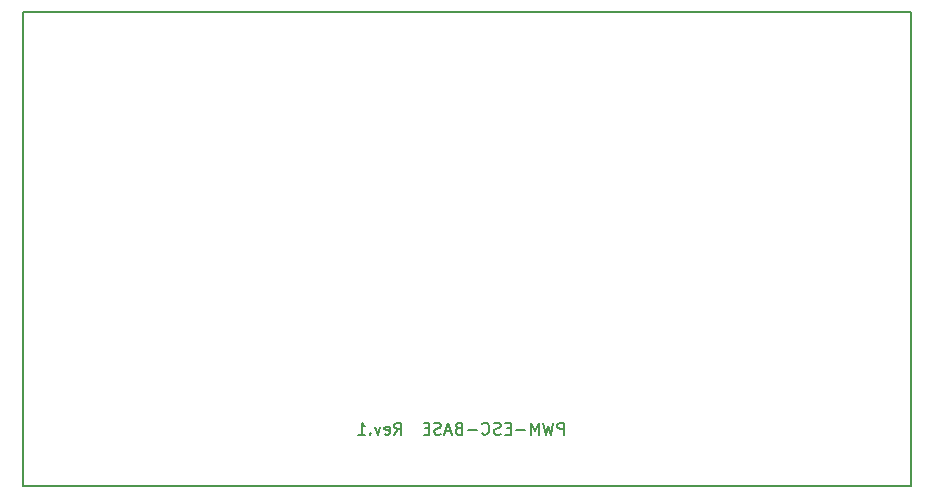
<source format=gbo>
%TF.GenerationSoftware,KiCad,Pcbnew,5.0.2+dfsg1-1*%
%TF.CreationDate,2022-03-26T23:48:49+09:00*%
%TF.ProjectId,pwm-esc,70776d2d-6573-4632-9e6b-696361645f70,rev?*%
%TF.SameCoordinates,Original*%
%TF.FileFunction,Legend,Bot*%
%TF.FilePolarity,Positive*%
%FSLAX46Y46*%
G04 Gerber Fmt 4.6, Leading zero omitted, Abs format (unit mm)*
G04 Created by KiCad (PCBNEW 5.0.2+dfsg1-1) date Sat 26 Mar 2022 11:48:49 PM JST*
%MOMM*%
%LPD*%
G01*
G04 APERTURE LIST*
%ADD10C,0.200000*%
%ADD11C,0.150000*%
G04 APERTURE END LIST*
D10*
X141168285Y-117546380D02*
X141501619Y-117070190D01*
X141739714Y-117546380D02*
X141739714Y-116546380D01*
X141358761Y-116546380D01*
X141263523Y-116594000D01*
X141215904Y-116641619D01*
X141168285Y-116736857D01*
X141168285Y-116879714D01*
X141215904Y-116974952D01*
X141263523Y-117022571D01*
X141358761Y-117070190D01*
X141739714Y-117070190D01*
X140358761Y-117498761D02*
X140454000Y-117546380D01*
X140644476Y-117546380D01*
X140739714Y-117498761D01*
X140787333Y-117403523D01*
X140787333Y-117022571D01*
X140739714Y-116927333D01*
X140644476Y-116879714D01*
X140454000Y-116879714D01*
X140358761Y-116927333D01*
X140311142Y-117022571D01*
X140311142Y-117117809D01*
X140787333Y-117213047D01*
X139977809Y-116879714D02*
X139739714Y-117546380D01*
X139501619Y-116879714D01*
X139120666Y-117451142D02*
X139073047Y-117498761D01*
X139120666Y-117546380D01*
X139168285Y-117498761D01*
X139120666Y-117451142D01*
X139120666Y-117546380D01*
X138120666Y-117546380D02*
X138692095Y-117546380D01*
X138406380Y-117546380D02*
X138406380Y-116546380D01*
X138501619Y-116689238D01*
X138596857Y-116784476D01*
X138692095Y-116832095D01*
X155534571Y-117546380D02*
X155534571Y-116546380D01*
X155153619Y-116546380D01*
X155058380Y-116594000D01*
X155010761Y-116641619D01*
X154963142Y-116736857D01*
X154963142Y-116879714D01*
X155010761Y-116974952D01*
X155058380Y-117022571D01*
X155153619Y-117070190D01*
X155534571Y-117070190D01*
X154629809Y-116546380D02*
X154391714Y-117546380D01*
X154201238Y-116832095D01*
X154010761Y-117546380D01*
X153772666Y-116546380D01*
X153391714Y-117546380D02*
X153391714Y-116546380D01*
X153058380Y-117260666D01*
X152725047Y-116546380D01*
X152725047Y-117546380D01*
X152248857Y-117165428D02*
X151486952Y-117165428D01*
X151010761Y-117022571D02*
X150677428Y-117022571D01*
X150534571Y-117546380D02*
X151010761Y-117546380D01*
X151010761Y-116546380D01*
X150534571Y-116546380D01*
X150153619Y-117498761D02*
X150010761Y-117546380D01*
X149772666Y-117546380D01*
X149677428Y-117498761D01*
X149629809Y-117451142D01*
X149582190Y-117355904D01*
X149582190Y-117260666D01*
X149629809Y-117165428D01*
X149677428Y-117117809D01*
X149772666Y-117070190D01*
X149963142Y-117022571D01*
X150058380Y-116974952D01*
X150106000Y-116927333D01*
X150153619Y-116832095D01*
X150153619Y-116736857D01*
X150106000Y-116641619D01*
X150058380Y-116594000D01*
X149963142Y-116546380D01*
X149725047Y-116546380D01*
X149582190Y-116594000D01*
X148582190Y-117451142D02*
X148629809Y-117498761D01*
X148772666Y-117546380D01*
X148867904Y-117546380D01*
X149010761Y-117498761D01*
X149106000Y-117403523D01*
X149153619Y-117308285D01*
X149201238Y-117117809D01*
X149201238Y-116974952D01*
X149153619Y-116784476D01*
X149106000Y-116689238D01*
X149010761Y-116594000D01*
X148867904Y-116546380D01*
X148772666Y-116546380D01*
X148629809Y-116594000D01*
X148582190Y-116641619D01*
X148153619Y-117165428D02*
X147391714Y-117165428D01*
X146582190Y-117022571D02*
X146439333Y-117070190D01*
X146391714Y-117117809D01*
X146344095Y-117213047D01*
X146344095Y-117355904D01*
X146391714Y-117451142D01*
X146439333Y-117498761D01*
X146534571Y-117546380D01*
X146915523Y-117546380D01*
X146915523Y-116546380D01*
X146582190Y-116546380D01*
X146486952Y-116594000D01*
X146439333Y-116641619D01*
X146391714Y-116736857D01*
X146391714Y-116832095D01*
X146439333Y-116927333D01*
X146486952Y-116974952D01*
X146582190Y-117022571D01*
X146915523Y-117022571D01*
X145963142Y-117260666D02*
X145486952Y-117260666D01*
X146058380Y-117546380D02*
X145725047Y-116546380D01*
X145391714Y-117546380D01*
X145106000Y-117498761D02*
X144963142Y-117546380D01*
X144725047Y-117546380D01*
X144629809Y-117498761D01*
X144582190Y-117451142D01*
X144534571Y-117355904D01*
X144534571Y-117260666D01*
X144582190Y-117165428D01*
X144629809Y-117117809D01*
X144725047Y-117070190D01*
X144915523Y-117022571D01*
X145010761Y-116974952D01*
X145058380Y-116927333D01*
X145106000Y-116832095D01*
X145106000Y-116736857D01*
X145058380Y-116641619D01*
X145010761Y-116594000D01*
X144915523Y-116546380D01*
X144677428Y-116546380D01*
X144534571Y-116594000D01*
X144106000Y-117022571D02*
X143772666Y-117022571D01*
X143629809Y-117546380D02*
X144106000Y-117546380D01*
X144106000Y-116546380D01*
X143629809Y-116546380D01*
D11*
X109728000Y-121920000D02*
X109728000Y-81788000D01*
X184912000Y-121920000D02*
X109728000Y-121920000D01*
X184912000Y-81788000D02*
X184912000Y-121920000D01*
X109728000Y-81788000D02*
X184912000Y-81788000D01*
M02*

</source>
